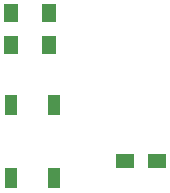
<source format=gbr>
G04 #@! TF.GenerationSoftware,KiCad,Pcbnew,(6.0.0-rc1-dev-1668-g04a478f85)*
G04 #@! TF.CreationDate,2019-04-17T01:05:03-07:00
G04 #@! TF.ProjectId,meson,6d65736f-6e2e-46b6-9963-61645f706362,rev?*
G04 #@! TF.SameCoordinates,Original*
G04 #@! TF.FileFunction,Paste,Bot*
G04 #@! TF.FilePolarity,Positive*
%FSLAX46Y46*%
G04 Gerber Fmt 4.6, Leading zero omitted, Abs format (unit mm)*
G04 Created by KiCad (PCBNEW (6.0.0-rc1-dev-1668-g04a478f85)) date 2019-04-17 01:05:03*
%MOMM*%
%LPD*%
G04 APERTURE LIST*
%ADD10R,1.100000X1.800000*%
%ADD11R,1.500000X1.200000*%
%ADD12R,1.200000X1.500000*%
G04 APERTURE END LIST*
D10*
X239450000Y-122480000D03*
X243150000Y-116280000D03*
X243150000Y-122480000D03*
X239450000Y-116280000D03*
D11*
X249157500Y-121031000D03*
X251857500Y-121031000D03*
D12*
X239480855Y-108548575D03*
X239480855Y-111248575D03*
X242660855Y-108548575D03*
X242660855Y-111248575D03*
M02*

</source>
